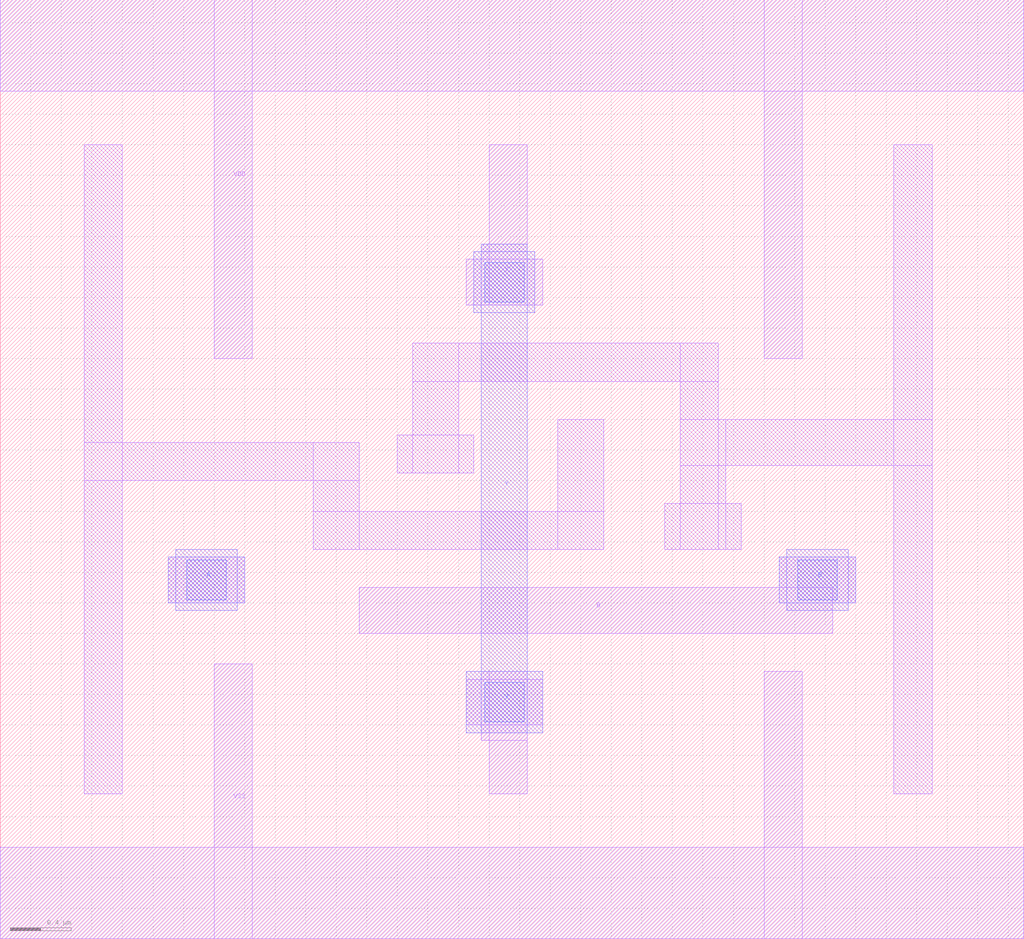
<source format=lef>
# Copyright 2022 Google LLC
# Licensed under the Apache License, Version 2.0 (the "License");
# you may not use this file except in compliance with the License.
# You may obtain a copy of the License at
#
#      http://www.apache.org/licenses/LICENSE-2.0
#
# Unless required by applicable law or agreed to in writing, software
# distributed under the License is distributed on an "AS IS" BASIS,
# WITHOUT WARRANTIES OR CONDITIONS OF ANY KIND, either express or implied.
# See the License for the specific language governing permissions and
# limitations under the License.
VERSION 5.7 ;
BUSBITCHARS "[]" ;
DIVIDERCHAR "/" ;

MACRO gf180mcu_osu_sc_gp9t3v3__xor2_1
  CLASS CORE ;
  ORIGIN 0 0 ;
  FOREIGN gf180mcu_osu_sc_gp9t3v3__xor2_1 0 0 ;
  SIZE 6.7 BY 6.15 ;
  SYMMETRY X Y ;
  SITE GF180_3p3_12t ;
  PIN VDD
    DIRECTION INOUT ;
    USE POWER ;
    SHAPE ABUTMENT ;
    PORT
      LAYER MET1 ;
        RECT 0 5.55 6.7 6.15 ;
        RECT 5 3.8 5.25 6.15 ;
        RECT 1.4 3.8 1.65 6.15 ;
    END
  END VDD
  PIN VSS
    DIRECTION INOUT ;
    USE GROUND ;
    PORT
      LAYER MET1 ;
        RECT 0 0 6.7 0.6 ;
        RECT 5 0 5.25 1.75 ;
        RECT 1.4 0 1.65 1.8 ;
    END
  END VSS
  PIN A
    DIRECTION INPUT ;
    USE SIGNAL ;
    PORT
      LAYER MET1 ;
        RECT 1.1 2.2 1.6 2.5 ;
      LAYER MET2 ;
        RECT 1.1 2.2 1.6 2.5 ;
        RECT 1.15 2.15 1.55 2.55 ;
      LAYER VIA12 ;
        RECT 1.22 2.22 1.48 2.48 ;
    END
  END A
  PIN B
    DIRECTION INPUT ;
    USE SIGNAL ;
    PORT
      LAYER MET1 ;
        RECT 5.1 2.2 5.6 2.5 ;
        RECT 2.35 2 5.45 2.3 ;
      LAYER MET2 ;
        RECT 5.1 2.2 5.6 2.5 ;
        RECT 5.15 2.15 5.55 2.55 ;
      LAYER VIA12 ;
        RECT 5.22 2.22 5.48 2.48 ;
    END
  END B
  PIN Y
    DIRECTION OUTPUT ;
    USE SIGNAL ;
    PORT
      LAYER MET1 ;
        RECT 3.05 1.4 3.55 1.7 ;
        RECT 3.15 1.3 3.45 1.75 ;
        RECT 3.2 0.95 3.45 1.75 ;
        RECT 3.05 4.15 3.55 4.45 ;
        RECT 3.2 4.15 3.45 5.2 ;
        RECT 3.15 4.15 3.45 4.55 ;
      LAYER MET2 ;
        RECT 3.05 1.35 3.55 1.75 ;
        RECT 3.1 4.1 3.5 4.5 ;
        RECT 3.15 1.35 3.45 4.55 ;
      LAYER VIA12 ;
        RECT 3.17 4.17 3.43 4.43 ;
        RECT 3.17 1.42 3.43 1.68 ;
    END
  END Y
  OBS
    LAYER MET1 ;
      RECT 5.85 0.95 6.1 5.2 ;
      RECT 2.7 3.65 4.7 3.9 ;
      RECT 4.45 2.55 4.7 3.9 ;
      RECT 2.7 3.05 3 3.9 ;
      RECT 4.45 3.1 6.1 3.4 ;
      RECT 2.6 3.05 3.1 3.3 ;
      RECT 4.45 2.55 4.75 3.4 ;
      RECT 4.35 2.55 4.85 2.85 ;
      RECT 0.55 0.95 0.8 5.2 ;
      RECT 3.65 2.55 3.95 3.4 ;
      RECT 0.55 3 2.35 3.25 ;
      RECT 2.05 2.55 2.35 3.25 ;
      RECT 2.05 2.55 3.95 2.8 ;
  END
END gf180mcu_osu_sc_gp9t3v3__xor2_1

</source>
